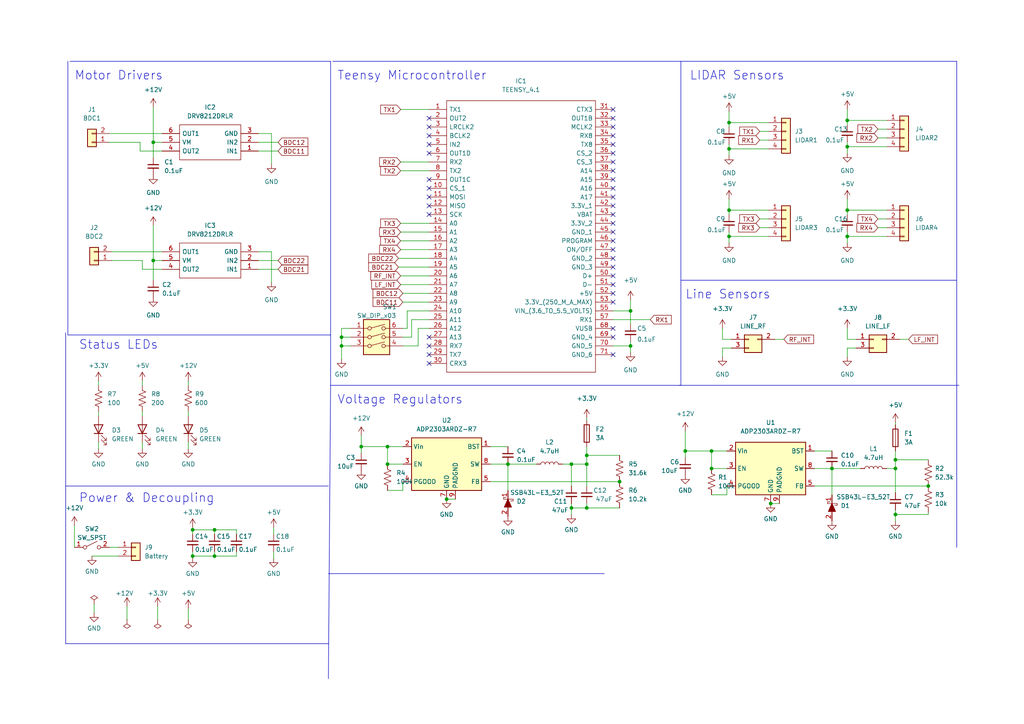
<source format=kicad_sch>
(kicad_sch (version 20230121) (generator eeschema)
  (paper "A4")
  (title_block (title "Ratatoulli_Board") (date "2023-03-07") (rev "1") (company "Georgia Instititute of Technology RoboJackets"))
  (lib_symbols
    (symbol "Conn_02x02_Odd_Even_1" (pin_names (offset 1.016) hide)
      (property "Reference" "J7" (at 1.27 6.35 0))
      (property "Value" "Conn_02x02_Odd_Even_1" (at 1.27 3.81 0))
      (symbol "Conn_02x02_Odd_Even_1_1_1"
        (pin passive line (at -5.08 0 0) (length 3.81) (name "Pin_1") (number "1"))
        (pin passive line (at 7.62 0 180) (length 3.81) (name "Pin_2") (number "2"))
        (pin passive line (at -5.08 -2.54 0) (length 3.81) (name "Pin_3") (number "3"))
      )
    )
    (symbol "Conn_02x02_Odd_Even_2" (pin_names (offset 1.016) hide)
      (property "Reference" "J8" (at 1.27 6.35 0))
      (property "Value" "Conn_02x02_Odd_Even_2" (at 1.27 3.81 0))
      (symbol "Conn_02x02_Odd_Even_2_1_1"
        (pin passive line (at -5.08 0 0) (length 3.81) (name "Pin_1") (number "1"))
        (pin passive line (at 7.62 0 180) (length 3.81) (name "Pin_2") (number "2"))
        (pin passive line (at -5.08 -2.54 0) (length 3.81) (name "Pin_3") (number "3"))
      )
    )
    (symbol "Connector_Generic:Conn_01x02" (pin_names (offset 1.016) hide)
      (property "Reference" "J" (at 0 2.54 0))
      (property "Value" "Conn_01x02" (at 0 -5.08 0))
      (symbol "Conn_01x02_1_1"
        (pin passive line (at -5.08 0 0) (length 3.81) (name "Pin_1") (number "1"))
        (pin passive line (at -5.08 -2.54 0) (length 3.81) (name "Pin_2") (number "2"))
      )
    )
    (symbol "Connector_Generic:Conn_01x04" (pin_names (offset 1.016) hide)
      (property "Reference" "J" (at 0 5.08 0))
      (property "Value" "Conn_01x04" (at 0 -7.62 0))
      (symbol "Conn_01x04_1_1"
        (pin passive line (at -5.08 2.54 0) (length 3.81) (name "Pin_1") (number "1"))
        (pin passive line (at -5.08 0 0) (length 3.81) (name "Pin_2") (number "2"))
        (pin passive line (at -5.08 -2.54 0) (length 3.81) (name "Pin_3") (number "3"))
        (pin passive line (at -5.08 -5.08 0) (length 3.81) (name "Pin_4") (number "4"))
      )
    )
    (symbol "DRV8212DRLR:DRV8212DRLR" (pin_names (offset 0.762))
      (property "Reference" "IC" (at 24.13 7.62 0))
      (property "Value" "DRV8212DRLR" (at 24.13 5.08 0))
      (symbol "DRV8212DRLR_0_0"
        (pin passive line (at 0 0 0) (length 5.08) (name "IN1") (number "1"))
        (pin passive line (at 0 -2.54 0) (length 5.08) (name "IN2") (number "2"))
        (pin passive line (at 0 -5.08 0) (length 5.08) (name "GND") (number "3"))
        (pin passive line (at 27.94 0 180) (length 5.08) (name "OUT2") (number "4"))
        (pin passive line (at 27.94 -2.54 180) (length 5.08) (name "VM") (number "5"))
        (pin passive line (at 27.94 -5.08 180) (length 5.08) (name "OUT1") (number "6"))
      )
    )
    (symbol "Device:C_Small" (pin_numbers hide) (pin_names (offset 0.254) hide)
      (property "Reference" "C" (at 0.254 1.778 0))
      (property "Value" "C_Small" (at 0.254 -2.032 0))
      (symbol "C_Small_1_1"
        (pin passive line (at 0 2.54 270) (length 2.032) (name "~") (number "1"))
        (pin passive line (at 0 -2.54 90) (length 2.032) (name "~") (number "2"))
      )
    )
    (symbol "Device:Fuse" (pin_numbers hide) (pin_names (offset 0))
      (property "Reference" "F" (at 2.032 0 90))
      (property "Value" "Fuse" (at -1.905 0 90))
      (symbol "Fuse_1_1"
        (pin passive line (at 0 3.81 270) (length 1.27) (name "~") (number "1"))
        (pin passive line (at 0 -3.81 90) (length 1.27) (name "~") (number "2"))
      )
    )
    (symbol "Device:L" (pin_numbers hide) (pin_names (offset 1.016) hide)
      (property "Reference" "L" (at -1.27 0 90))
      (property "Value" "L" (at 1.905 0 90))
      (symbol "L_1_1"
        (pin passive line (at 0 3.81 270) (length 1.27) (name "1") (number "1"))
        (pin passive line (at 0 -3.81 90) (length 1.27) (name "2") (number "2"))
      )
    )
    (symbol "Device:LED" (pin_numbers hide) (pin_names (offset 1.016) hide)
      (property "Reference" "D" (at 0 2.54 0))
      (property "Value" "LED" (at 0 -2.54 0))
      (symbol "LED_1_1"
        (pin passive line (at -3.81 0 0) (length 2.54) (name "K") (number "1"))
        (pin passive line (at 3.81 0 180) (length 2.54) (name "A") (number "2"))
      )
    )
    (symbol "Device:R_US" (pin_numbers hide) (pin_names (offset 0))
      (property "Reference" "R" (at 2.54 0 90))
      (property "Value" "R_US" (at -2.54 0 90))
      (symbol "R_US_1_1"
        (pin passive line (at 0 3.81 270) (length 1.27) (name "~") (number "1"))
        (pin passive line (at 0 -3.81 90) (length 1.27) (name "~") (number "2"))
      )
    )
    (symbol "Regulator_Switching:ADP2303ARDZ"
      (property "Reference" "U" (at -10.16 8.89 0))
      (property "Value" "ADP2303ARDZ" (at -3.81 8.89 0))
      (symbol "ADP2303ARDZ_1_1"
        (pin input line (at 12.7 5.08 180) (length 2.54) (name "BST") (number "1"))
        (pin power_in line (at -12.7 5.08 0) (length 2.54) (name "Vin") (number "2"))
        (pin input line (at -12.7 0 0) (length 2.54) (name "EN") (number "3"))
        (pin output line (at -12.7 -5.08 0) (length 2.54) (name "PGOOD") (number "4"))
        (pin input line (at 12.7 -5.08 180) (length 2.54) (name "FB") (number "5"))
        (pin no_connect line (at -10.16 2.54 0) (length 2.54) hide (name "NC") (number "6"))
        (pin power_in line (at 0 -10.16 90) (length 2.54) (name "GND") (number "7"))
        (pin power_out line (at 12.7 0 180) (length 2.54) (name "SW") (number "8"))
        (pin power_in line (at 2.54 -10.16 90) (length 2.54) (name "PADGND") (number "9"))
      )
    )
    (symbol "SSB43L-E3_52T:SSB43L-E3_52T" (pin_names (offset 0.762))
      (property "Reference" "D?" (at 3.81 -8.8899 90))
      (property "Value" "SSB43L-E3_52T" (at 3.81 -11.4299 90))
      (symbol "SSB43L-E3_52T_0_0"
        (pin passive line (at 5.08 0 0) (length 2.54) (name "~") (number "1"))
        (pin passive line (at 12.7 0 180) (length 2.54) (name "~") (number "2"))
      )
    )
    (symbol "Switch:SW_DIP_x03" (pin_names (offset 0) hide)
      (property "Reference" "SW" (at 0 8.89 0))
      (property "Value" "SW_DIP_x03" (at 0 -3.81 0))
      (symbol "SW_DIP_x03_1_1"
        (pin passive line (at -7.62 5.08 0) (length 5.08) (name "~") (number "1"))
        (pin passive line (at -7.62 2.54 0) (length 5.08) (name "~") (number "2"))
        (pin passive line (at -7.62 0 0) (length 5.08) (name "~") (number "3"))
        (pin passive line (at 7.62 0 180) (length 5.08) (name "~") (number "4"))
        (pin passive line (at 7.62 2.54 180) (length 5.08) (name "~") (number "5"))
        (pin passive line (at 7.62 5.08 180) (length 5.08) (name "~") (number "6"))
      )
    )
    (symbol "Switch:SW_SPST" (pin_names (offset 0) hide)
      (property "Reference" "SW" (at 0 3.175 0))
      (property "Value" "SW_SPST" (at 0 -2.54 0))
      (symbol "SW_SPST_1_1"
        (pin passive line (at -5.08 0 0) (length 2.54) (name "A") (number "1"))
        (pin passive line (at 5.08 0 180) (length 2.54) (name "B") (number "2"))
      )
    )
    (symbol "TEENSY_4.1:TEENSY_4.1" (pin_names (offset 0.762))
      (property "Reference" "IC" (at 49.53 7.62 0))
      (property "Value" "TEENSY_4.1" (at 49.53 5.08 0))
      (symbol "TEENSY_4.1_0_0"
        (pin passive line (at 0 0 0) (length 5.08) (name "TX1") (number "1"))
        (pin passive line (at 0 -22.86 0) (length 5.08) (name "CS_1") (number "10"))
        (pin passive line (at 0 -25.4 0) (length 5.08) (name "MOSI") (number "11"))
        (pin passive line (at 0 -27.94 0) (length 5.08) (name "MISO") (number "12"))
        (pin passive line (at 0 -30.48 0) (length 5.08) (name "SCK") (number "13"))
        (pin passive line (at 0 -33.02 0) (length 5.08) (name "A0") (number "14"))
        (pin passive line (at 0 -35.56 0) (length 5.08) (name "A1") (number "15"))
        (pin passive line (at 0 -38.1 0) (length 5.08) (name "A2") (number "16"))
        (pin passive line (at 0 -40.64 0) (length 5.08) (name "A3") (number "17"))
        (pin passive line (at 0 -43.18 0) (length 5.08) (name "A4") (number "18"))
        (pin passive line (at 0 -45.72 0) (length 5.08) (name "A5") (number "19"))
        (pin passive line (at 0 -2.54 0) (length 5.08) (name "OUT2") (number "2"))
        (pin passive line (at 0 -48.26 0) (length 5.08) (name "A6") (number "20"))
        (pin passive line (at 0 -50.8 0) (length 5.08) (name "A7") (number "21"))
        (pin passive line (at 0 -53.34 0) (length 5.08) (name "A8") (number "22"))
        (pin passive line (at 0 -55.88 0) (length 5.08) (name "A9") (number "23"))
        (pin passive line (at 0 -58.42 0) (length 5.08) (name "A10") (number "24"))
        (pin passive line (at 0 -60.96 0) (length 5.08) (name "A11") (number "25"))
        (pin passive line (at 0 -63.5 0) (length 5.08) (name "A12") (number "26"))
        (pin passive line (at 0 -66.04 0) (length 5.08) (name "A13") (number "27"))
        (pin passive line (at 0 -68.58 0) (length 5.08) (name "RX7") (number "28"))
        (pin passive line (at 0 -71.12 0) (length 5.08) (name "TX7") (number "29"))
        (pin passive line (at 0 -5.08 0) (length 5.08) (name "LRCLK2") (number "3"))
        (pin passive line (at 0 -73.66 0) (length 5.08) (name "CRX3") (number "30"))
        (pin passive line (at 53.34 0 180) (length 5.08) (name "CTX3") (number "31"))
        (pin passive line (at 53.34 -2.54 180) (length 5.08) (name "OUT1B") (number "32"))
        (pin passive line (at 53.34 -5.08 180) (length 5.08) (name "MCLK2") (number "33"))
        (pin passive line (at 53.34 -7.62 180) (length 5.08) (name "RX8") (number "34"))
        (pin passive line (at 53.34 -10.16 180) (length 5.08) (name "TX8") (number "35"))
        (pin passive line (at 53.34 -12.7 180) (length 5.08) (name "CS_2") (number "36"))
        (pin passive line (at 53.34 -15.24 180) (length 5.08) (name "CS_3") (number "37"))
        (pin passive line (at 53.34 -17.78 180) (length 5.08) (name "A14") (number "38"))
        (pin passive line (at 53.34 -20.32 180) (length 5.08) (name "A15") (number "39"))
        (pin passive line (at 0 -7.62 0) (length 5.08) (name "BCLK2") (number "4"))
        (pin passive line (at 53.34 -22.86 180) (length 5.08) (name "A16") (number "40"))
        (pin passive line (at 53.34 -25.4 180) (length 5.08) (name "A17") (number "41"))
        (pin passive line (at 53.34 -27.94 180) (length 5.08) (name "3.3V_1") (number "42"))
        (pin passive line (at 53.34 -30.48 180) (length 5.08) (name "VBAT") (number "43"))
        (pin passive line (at 53.34 -33.02 180) (length 5.08) (name "3.3V_2") (number "44"))
        (pin passive line (at 53.34 -35.56 180) (length 5.08) (name "GND_1") (number "45"))
        (pin passive line (at 53.34 -38.1 180) (length 5.08) (name "PROGRAM") (number "46"))
        (pin passive line (at 53.34 -40.64 180) (length 5.08) (name "ON/OFF") (number "47"))
        (pin passive line (at 53.34 -43.18 180) (length 5.08) (name "GND_2") (number "48"))
        (pin passive line (at 53.34 -45.72 180) (length 5.08) (name "GND_3") (number "49"))
        (pin passive line (at 0 -10.16 0) (length 5.08) (name "IN2") (number "5"))
        (pin passive line (at 53.34 -48.26 180) (length 5.08) (name "D+") (number "50"))
        (pin passive line (at 53.34 -50.8 180) (length 5.08) (name "D-") (number "51"))
        (pin passive line (at 53.34 -53.34 180) (length 5.08) (name "+5V") (number "52"))
        (pin passive line (at 53.34 -55.88 180) (length 5.08) (name "3.3V_(250_M_A_MAX)") (number "53"))
        (pin passive line (at 53.34 -58.42 180) (length 5.08) (name "VIN_(3.6_TO_5.5_VOLTS)") (number "55"))
        (pin passive line (at 53.34 -60.96 180) (length 5.08) (name "RX1") (number "57"))
        (pin passive line (at 0 -12.7 0) (length 5.08) (name "OUT1D") (number "6"))
        (pin passive line (at 53.34 -63.5 180) (length 5.08) (name "VUSB") (number "68"))
        (pin passive line (at 53.34 -66.04 180) (length 5.08) (name "GND_4") (number "69"))
        (pin passive line (at 0 -15.24 0) (length 5.08) (name "RX2") (number "7"))
        (pin passive line (at 53.34 -68.58 180) (length 5.08) (name "GND_5") (number "70"))
        (pin passive line (at 53.34 -71.12 180) (length 5.08) (name "GND_6") (number "71"))
        (pin passive line (at 0 -17.78 0) (length 5.08) (name "TX2") (number "8"))
        (pin passive line (at 0 -20.32 0) (length 5.08) (name "OUT1C") (number "9"))
      )
    )
    (symbol "power:+12V" (power) (pin_names (offset 0))
      (property "Value" "+12V" (at 0 3.556 0))
      (symbol "+12V_1_1"
        (pin power_in line (at 0 0 90) (length 0) hide (name "+12V") (number "1"))
      )
    )
    (symbol "power:+3.3V" (power) (pin_names (offset 0))
      (property "Value" "+3.3V" (at 0 3.556 0))
      (symbol "+3.3V_1_1"
        (pin power_in line (at 0 0 90) (length 0) hide (name "+3.3V") (number "1"))
      )
    )
    (symbol "power:+5V" (power) (pin_names (offset 0))
      (property "Value" "+5V" (at 0 3.556 0))
      (symbol "+5V_1_1"
        (pin power_in line (at 0 0 90) (length 0) hide (name "+5V") (number "1"))
      )
    )
    (symbol "power:GND" (power) (pin_names (offset 0))
      (property "Value" "GND" (at 0 -3.81 0))
      (symbol "GND_1_1"
        (pin power_in line (at 0 0 270) (length 0) hide (name "GND") (number "1"))
      )
    )
    (symbol "power:PWR_FLAG" (power) (pin_numbers hide) (pin_names (offset 0) hide)
      (property "Value" "PWR_FLAG" (at 0 3.81 0))
      (symbol "PWR_FLAG_0_0"
        (pin power_out line (at 0 0 90) (length 0) (name "pwr") (number "1"))
      )
    )
  )
  (junction (at 62.23 153.67))
  (junction (at 211.455 60.96))
  (junction (at 170.18 132.08))
  (junction (at 269.24 140.97))
  (junction (at 170.18 147.32))
  (junction (at 198.755 130.81))
  (junction (at 112.395 134.62))
  (junction (at 170.18 134.62))
  (junction (at 99.06 100.33))
  (junction (at 259.715 133.35))
  (junction (at 179.705 139.7))
  (junction (at 182.88 90.17))
  (junction (at 165.735 134.62))
  (junction (at 259.715 149.225))
  (junction (at 206.375 135.89))
  (junction (at 245.745 68.58))
  (junction (at 211.455 68.58))
  (junction (at 112.395 129.54))
  (junction (at 129.54 144.78))
  (junction (at 211.455 43.18))
  (junction (at 44.45 41.275))
  (junction (at 104.775 129.54))
  (junction (at 62.23 161.29))
  (junction (at 211.455 35.56))
  (junction (at 182.88 100.33))
  (junction (at 245.745 42.545))
  (junction (at 259.715 135.89))
  (junction (at 165.735 147.32))
  (junction (at 241.3 135.89))
  (junction (at 245.745 34.925))
  (junction (at 245.745 60.96))
  (junction (at 44.45 75.565))
  (junction (at 206.375 130.81))
  (junction (at 99.06 97.79))
  (junction (at 147.32 134.62))
  (junction (at 223.52 146.05))
  (junction (at 55.88 161.29))
  (junction (at 55.88 153.67))
  (no_connect (at 177.8 82.55))
  (no_connect (at 124.46 97.79))
  (no_connect (at 177.8 77.47))
  (no_connect (at 124.46 54.61))
  (no_connect (at 177.8 39.37))
  (no_connect (at 124.46 59.69))
  (no_connect (at 177.8 49.53))
  (no_connect (at 177.8 62.23))
  (no_connect (at 124.46 52.07))
  (no_connect (at 177.8 44.45))
  (no_connect (at 124.46 36.83))
  (no_connect (at 177.8 64.77))
  (no_connect (at 177.8 59.69))
  (no_connect (at 177.8 36.83))
  (no_connect (at 124.46 41.91))
  (no_connect (at 177.8 102.87))
  (no_connect (at 177.8 57.15))
  (no_connect (at 177.8 97.79))
  (no_connect (at 124.46 100.33))
  (no_connect (at 177.8 95.25))
  (no_connect (at 177.8 74.93))
  (no_connect (at 177.8 41.91))
  (no_connect (at 177.8 85.09))
  (no_connect (at 124.46 57.15))
  (no_connect (at 177.8 34.29))
  (no_connect (at 124.46 44.45))
  (no_connect (at 124.46 34.29))
  (no_connect (at 177.8 67.31))
  (no_connect (at 177.8 80.01))
  (no_connect (at 177.8 72.39))
  (no_connect (at 177.8 52.07))
  (no_connect (at 124.46 105.41))
  (no_connect (at 124.46 102.87))
  (no_connect (at 177.8 87.63))
  (no_connect (at 177.8 54.61))
  (no_connect (at 177.8 31.75))
  (no_connect (at 177.8 46.99))
  (no_connect (at 177.8 69.85))
  (no_connect (at 124.46 62.23))
  (no_connect (at 124.46 39.37))
  (wire (pts (xy 44.45 75.565) (xy 44.45 81.28)))
  (wire (pts (xy 241.3 135.89) (xy 249.555 135.89)))
  (wire (pts (xy 118.11 90.17) (xy 118.11 95.25)))
  (wire (pts (xy 116.205 64.77) (xy 124.46 64.77)))
  (wire (pts (xy 211.455 68.58) (xy 211.455 70.485)))
  (wire (pts (xy 210.82 130.81) (xy 206.375 130.81)))
  (wire (pts (xy 74.93 78.105) (xy 80.645 78.105)))
  (wire (pts (xy 74.93 41.275) (xy 80.645 41.275)))
  (wire (pts (xy 112.395 129.54) (xy 104.775 129.54)))
  (wire (pts (xy 259.715 133.35) (xy 269.24 133.35)))
  (polyline (pts (xy 277.495 111.76) (xy 277.495 158.75)))
  (wire (pts (xy 74.93 73.025) (xy 78.74 73.025)))
  (polyline (pts (xy 19.05 96.52) (xy 19.05 140.97)))
  (wire (pts (xy 170.18 146.05) (xy 170.18 147.32)))
  (wire (pts (xy 236.22 135.89) (xy 241.3 135.89)))
  (wire (pts (xy 170.18 121.285) (xy 170.18 121.92)))
  (wire (pts (xy 147.32 134.62) (xy 155.575 134.62)))
  (wire (pts (xy 224.79 98.425) (xy 227.33 98.425)))
  (wire (pts (xy 55.88 153.035) (xy 55.88 153.67)))
  (wire (pts (xy 259.715 149.225) (xy 259.715 151.13)))
  (wire (pts (xy 245.745 68.58) (xy 257.175 68.58)))
  (wire (pts (xy 32.385 73.025) (xy 46.99 73.025)))
  (wire (pts (xy 220.345 63.5) (xy 222.885 63.5)))
  (wire (pts (xy 116.205 82.55) (xy 124.46 82.55)))
  (wire (pts (xy 78.74 81.915) (xy 78.74 73.025)))
  (polyline (pts (xy 197.485 17.78) (xy 197.485 111.76)))
  (wire (pts (xy 40.64 41.275) (xy 40.64 43.815)))
  (polyline (pts (xy 197.485 17.78) (xy 277.495 17.78)))
  (wire (pts (xy 211.455 41.91) (xy 211.455 43.18)))
  (wire (pts (xy 211.455 35.56) (xy 211.455 36.83)))
  (wire (pts (xy 198.755 130.81) (xy 198.755 125.095)))
  (wire (pts (xy 62.23 161.29) (xy 68.58 161.29)))
  (wire (pts (xy 142.24 134.62) (xy 147.32 134.62)))
  (wire (pts (xy 46.99 78.105) (xy 41.275 78.105)))
  (wire (pts (xy 121.285 100.33) (xy 121.285 95.25)))
  (wire (pts (xy 116.84 85.09) (xy 124.46 85.09)))
  (wire (pts (xy 62.23 153.67) (xy 62.23 154.94)))
  (wire (pts (xy 170.18 147.32) (xy 179.705 147.32)))
  (polyline (pts (xy 95.885 97.155) (xy 19.685 97.155)))
  (wire (pts (xy 245.745 41.275) (xy 245.745 42.545)))
  (wire (pts (xy 211.455 32.385) (xy 211.455 35.56)))
  (wire (pts (xy 112.395 134.62) (xy 116.84 134.62)))
  (wire (pts (xy 34.29 161.29) (xy 26.67 161.29)))
  (wire (pts (xy 223.52 146.05) (xy 226.06 146.05)))
  (polyline (pts (xy 175.26 166.37) (xy 95.25 166.37)))
  (wire (pts (xy 210.82 143.51) (xy 206.375 143.51)))
  (wire (pts (xy 116.205 31.75) (xy 124.46 31.75)))
  (wire (pts (xy 211.455 35.56) (xy 222.885 35.56)))
  (wire (pts (xy 182.88 100.33) (xy 177.8 100.33)))
  (wire (pts (xy 220.345 66.04) (xy 222.885 66.04)))
  (polyline (pts (xy 278.13 111.76) (xy 196.85 111.76)))
  (wire (pts (xy 31.75 38.735) (xy 46.99 38.735)))
  (wire (pts (xy 79.375 153.035) (xy 79.375 154.94)))
  (wire (pts (xy 116.205 67.31) (xy 124.46 67.31)))
  (wire (pts (xy 116.205 46.99) (xy 124.46 46.99)))
  (wire (pts (xy 165.735 147.32) (xy 170.18 147.32)))
  (polyline (pts (xy 95.25 196.85) (xy 95.885 111.76)))
  (wire (pts (xy 44.45 41.275) (xy 46.99 41.275)))
  (wire (pts (xy 115.57 77.47) (xy 124.46 77.47)))
  (wire (pts (xy 170.18 132.08) (xy 170.18 134.62)))
  (wire (pts (xy 206.375 135.89) (xy 210.82 135.89)))
  (wire (pts (xy 68.58 153.67) (xy 62.23 153.67)))
  (wire (pts (xy 254.635 66.04) (xy 257.175 66.04)))
  (wire (pts (xy 99.06 97.79) (xy 101.6 97.79)))
  (wire (pts (xy 220.345 40.64) (xy 222.885 40.64)))
  (wire (pts (xy 124.46 92.71) (xy 119.38 92.71)))
  (wire (pts (xy 245.745 34.925) (xy 245.745 36.195)))
  (wire (pts (xy 112.395 129.54) (xy 112.395 134.62)))
  (wire (pts (xy 147.32 134.62) (xy 147.32 142.24)))
  (wire (pts (xy 177.8 92.71) (xy 188.595 92.71)))
  (wire (pts (xy 142.24 129.54) (xy 147.32 129.54)))
  (wire (pts (xy 54.61 179.705) (xy 54.61 176.53)))
  (polyline (pts (xy 95.885 111.76) (xy 95.885 97.155)))
  (wire (pts (xy 116.205 69.85) (xy 124.46 69.85)))
  (wire (pts (xy 209.55 98.425) (xy 209.55 95.25)))
  (wire (pts (xy 116.84 139.7) (xy 116.84 142.24)))
  (wire (pts (xy 40.64 43.815) (xy 46.99 43.815)))
  (polyline (pts (xy 277.495 81.28) (xy 197.485 81.28)))
  (wire (pts (xy 62.23 153.67) (xy 55.88 153.67)))
  (wire (pts (xy 31.75 158.75) (xy 34.29 158.75)))
  (wire (pts (xy 254.635 63.5) (xy 257.175 63.5)))
  (polyline (pts (xy 277.495 81.28) (xy 277.495 111.76)))
  (wire (pts (xy 211.455 68.58) (xy 222.885 68.58)))
  (wire (pts (xy 245.745 34.925) (xy 257.175 34.925)))
  (wire (pts (xy 177.8 90.17) (xy 182.88 90.17)))
  (polyline (pts (xy 19.05 140.97) (xy 95.25 140.97)))
  (wire (pts (xy 260.985 98.425) (xy 263.525 98.425)))
  (polyline (pts (xy 277.495 17.78) (xy 277.495 81.28)))
  (wire (pts (xy 74.93 75.565) (xy 80.645 75.565)))
  (wire (pts (xy 41.275 110.49) (xy 41.275 111.76)))
  (wire (pts (xy 259.715 122.555) (xy 259.715 123.19)))
  (wire (pts (xy 41.275 119.38) (xy 41.275 120.65)))
  (wire (pts (xy 236.22 140.97) (xy 269.24 140.97)))
  (wire (pts (xy 104.775 129.54) (xy 104.775 126.365)))
  (wire (pts (xy 182.88 99.06) (xy 182.88 100.33)))
  (wire (pts (xy 241.3 135.89) (xy 241.3 143.51)))
  (wire (pts (xy 44.45 41.275) (xy 44.45 45.72)))
  (wire (pts (xy 116.205 49.53) (xy 124.46 49.53)))
  (wire (pts (xy 28.575 119.38) (xy 28.575 120.65)))
  (wire (pts (xy 245.745 60.96) (xy 257.175 60.96)))
  (polyline (pts (xy 95.885 17.78) (xy 95.885 97.155)))
  (wire (pts (xy 211.455 43.18) (xy 211.455 45.085)))
  (wire (pts (xy 165.735 147.32) (xy 165.735 149.225)))
  (wire (pts (xy 118.11 95.25) (xy 116.84 95.25)))
  (wire (pts (xy 211.455 60.96) (xy 222.885 60.96)))
  (wire (pts (xy 68.58 154.94) (xy 68.58 153.67)))
  (wire (pts (xy 209.55 100.965) (xy 209.55 103.505)))
  (wire (pts (xy 245.745 60.96) (xy 245.745 62.23)))
  (wire (pts (xy 116.84 142.24) (xy 112.395 142.24)))
  (wire (pts (xy 119.38 97.79) (xy 116.84 97.79)))
  (wire (pts (xy 254.635 37.465) (xy 257.175 37.465)))
  (wire (pts (xy 78.74 38.735) (xy 74.93 38.735)))
  (wire (pts (xy 165.735 134.62) (xy 170.18 134.62)))
  (polyline (pts (xy 19.685 17.78) (xy 19.685 97.155)))
  (wire (pts (xy 116.84 100.33) (xy 121.285 100.33)))
  (wire (pts (xy 44.45 65.405) (xy 44.45 75.565)))
  (wire (pts (xy 41.275 78.105) (xy 41.275 75.565)))
  (wire (pts (xy 54.61 128.27) (xy 54.61 130.175)))
  (wire (pts (xy 211.455 67.31) (xy 211.455 68.58)))
  (wire (pts (xy 55.88 160.02) (xy 55.88 161.29)))
  (wire (pts (xy 129.54 144.78) (xy 132.08 144.78)))
  (wire (pts (xy 55.88 153.67) (xy 55.88 154.94)))
  (wire (pts (xy 121.285 95.25) (xy 124.46 95.25)))
  (wire (pts (xy 210.82 140.97) (xy 210.82 143.51)))
  (wire (pts (xy 54.61 119.38) (xy 54.61 120.65)))
  (wire (pts (xy 28.575 110.49) (xy 28.575 111.76)))
  (wire (pts (xy 163.195 134.62) (xy 165.735 134.62)))
  (wire (pts (xy 104.775 129.54) (xy 104.775 131.445)))
  (wire (pts (xy 206.375 130.81) (xy 206.375 135.89)))
  (wire (pts (xy 248.285 98.425) (xy 245.745 98.425)))
  (wire (pts (xy 248.285 100.965) (xy 245.745 100.965)))
  (wire (pts (xy 116.84 129.54) (xy 112.395 129.54)))
  (wire (pts (xy 254.635 40.005) (xy 257.175 40.005)))
  (wire (pts (xy 54.61 110.49) (xy 54.61 111.76)))
  (wire (pts (xy 55.88 161.29) (xy 62.23 161.29)))
  (wire (pts (xy 269.24 149.225) (xy 269.24 148.59)))
  (wire (pts (xy 257.175 135.89) (xy 259.715 135.89)))
  (wire (pts (xy 79.375 160.02) (xy 79.375 161.925)))
  (wire (pts (xy 165.735 146.05) (xy 165.735 147.32)))
  (wire (pts (xy 245.745 95.25) (xy 245.745 98.425)))
  (wire (pts (xy 245.745 42.545) (xy 245.745 44.45)))
  (wire (pts (xy 236.22 130.81) (xy 241.3 130.81)))
  (wire (pts (xy 170.18 140.97) (xy 170.18 134.62)))
  (wire (pts (xy 142.24 139.7) (xy 179.705 139.7)))
  (wire (pts (xy 245.745 57.785) (xy 245.745 60.96)))
  (wire (pts (xy 119.38 92.71) (xy 119.38 97.79)))
  (wire (pts (xy 245.745 42.545) (xy 257.175 42.545)))
  (polyline (pts (xy 20.32 17.78) (xy 95.885 17.78)))
  (wire (pts (xy 78.74 38.735) (xy 78.74 47.625)))
  (wire (pts (xy 21.59 158.75) (xy 21.59 152.4)))
  (wire (pts (xy 206.375 130.81) (xy 198.755 130.81)))
  (wire (pts (xy 245.745 67.31) (xy 245.745 68.58)))
  (wire (pts (xy 220.345 38.1) (xy 222.885 38.1)))
  (polyline (pts (xy 197.485 111.76) (xy 95.885 111.76)))
  (wire (pts (xy 198.755 130.81) (xy 198.755 132.715)))
  (wire (pts (xy 124.46 90.17) (xy 118.11 90.17)))
  (wire (pts (xy 259.715 147.955) (xy 259.715 149.225)))
  (wire (pts (xy 245.745 31.75) (xy 245.745 34.925)))
  (polyline (pts (xy 19.05 186.69) (xy 19.05 140.97)))
  (wire (pts (xy 99.06 95.25) (xy 99.06 97.79)))
  (wire (pts (xy 245.745 68.58) (xy 245.745 70.485)))
  (wire (pts (xy 99.06 100.33) (xy 99.06 104.14)))
  (wire (pts (xy 259.715 135.89) (xy 259.715 142.875)))
  (polyline (pts (xy 19.05 186.69) (xy 95.25 186.69)))
  (wire (pts (xy 259.715 133.35) (xy 259.715 135.89)))
  (wire (pts (xy 115.57 74.93) (xy 124.46 74.93)))
  (wire (pts (xy 31.75 41.275) (xy 40.64 41.275)))
  (wire (pts (xy 182.88 86.995) (xy 182.88 90.17)))
  (wire (pts (xy 36.83 175.895) (xy 36.83 179.705)))
  (wire (pts (xy 41.275 128.27) (xy 41.275 130.175)))
  (wire (pts (xy 211.455 43.18) (xy 222.885 43.18)))
  (wire (pts (xy 41.275 75.565) (xy 32.385 75.565)))
  (wire (pts (xy 212.09 98.425) (xy 209.55 98.425)))
  (wire (pts (xy 116.205 72.39) (xy 124.46 72.39)))
  (wire (pts (xy 46.99 75.565) (xy 44.45 75.565)))
  (wire (pts (xy 62.23 160.02) (xy 62.23 161.29)))
  (wire (pts (xy 259.715 149.225) (xy 269.24 149.225)))
  (wire (pts (xy 116.205 80.01) (xy 124.46 80.01)))
  (polyline (pts (xy 96.52 17.78) (xy 197.485 17.78)))
  (wire (pts (xy 45.72 179.705) (xy 45.72 175.895)))
  (wire (pts (xy 211.455 57.785) (xy 211.455 60.96)))
  (wire (pts (xy 74.93 43.815) (xy 80.645 43.815)))
  (wire (pts (xy 245.745 100.965) (xy 245.745 103.505)))
  (wire (pts (xy 165.735 134.62) (xy 165.735 140.97)))
  (wire (pts (xy 99.06 97.79) (xy 99.06 100.33)))
  (wire (pts (xy 116.84 87.63) (xy 124.46 87.63)))
  (wire (pts (xy 212.09 100.965) (xy 209.55 100.965)))
  (wire (pts (xy 68.58 160.02) (xy 68.58 161.29)))
  (wire (pts (xy 182.88 90.17) (xy 182.88 93.98)))
  (wire (pts (xy 27.305 175.26) (xy 27.305 177.8)))
  (wire (pts (xy 182.88 100.33) (xy 182.88 102.235)))
  (wire (pts (xy 101.6 95.25) (xy 99.06 95.25)))
  (wire (pts (xy 44.45 31.115) (xy 44.45 41.275)))
  (wire (pts (xy 99.06 100.33) (xy 101.6 100.33)))
  (wire (pts (xy 211.455 60.96) (xy 211.455 62.23)))
  (wire (pts (xy 259.715 130.81) (xy 259.715 133.35)))
  (wire (pts (xy 55.88 161.29) (xy 55.88 161.925)))
  (wire (pts (xy 170.18 129.54) (xy 170.18 132.08)))
  (wire (pts (xy 170.18 132.08) (xy 179.705 132.08)))
  (wire (pts (xy 28.575 128.27) (xy 28.575 130.175)))
  (text "Power & Decoupling" (at 22.86 146.05 0) (effects (font (size 2.54 2.54)) (justify left bottom)))
  (text "Line Sensors" (at 198.755 86.995 0) (effects (font (size 2.54 2.54)) (justify left bottom)))
  (text "Voltage Regulators" (at 97.79 117.475 0) (effects (font (size 2.54 2.54)) (justify left bottom)))
  (text "Motor Drivers" (at 21.59 23.495 0) (effects (font (size 2.54 2.54)) (justify left bottom)))
  (text "Teensy Microcontroller" (at 97.79 23.495 0) (effects (font (size 2.54 2.54)) (justify left bottom)))
  (text "Status LEDs" (at 22.86 101.6 0) (effects (font (size 2.54 2.54)) (justify left bottom)))
  (text "LIDAR Sensors" (at 200.025 23.495 0) (effects (font (size 2.54 2.54)) (justify left bottom)))
  (global_label "TX1" (shape input) (at 116.205 31.75 180) (property "Intersheetrefs" "${INTERSHEET_REFS}" (effects hide)))
  (global_label "TX1" (shape input) (at 220.345 38.1 180) (property "Intersheetrefs" "${INTERSHEET_REFS}" (effects hide)))
  (global_label "RX1" (shape input) (at 220.345 40.64 180) (property "Intersheetrefs" "${INTERSHEET_REFS}" (effects hide)))
  (global_label "BDC22" (shape input) (at 80.645 75.565 0) (property "Intersheetrefs" "${INTERSHEET_REFS}" (effects hide)))
  (global_label "LF_INT" (shape input) (at 263.525 98.425 0) (property "Intersheetrefs" "${INTERSHEET_REFS}" (effects hide)))
  (global_label "RX2" (shape input) (at 254.635 40.005 180) (property "Intersheetrefs" "${INTERSHEET_REFS}" (effects hide)))
  (global_label "BDC11" (shape input) (at 80.645 43.815 0) (property "Intersheetrefs" "${INTERSHEET_REFS}" (effects hide)))
  (global_label "BDC11" (shape input) (at 116.84 87.63 180) (property "Intersheetrefs" "${INTERSHEET_REFS}" (effects hide)))
  (global_label "BDC12" (shape input) (at 116.84 85.09 180) (property "Intersheetrefs" "${INTERSHEET_REFS}" (effects hide)))
  (global_label "RX4" (shape input) (at 254.635 66.04 180) (property "Intersheetrefs" "${INTERSHEET_REFS}" (effects hide)))
  (global_label "RF_INT" (shape input) (at 227.33 98.425 0) (property "Intersheetrefs" "${INTERSHEET_REFS}" (effects hide)))
  (global_label "TX3" (shape input) (at 116.205 64.77 180) (property "Intersheetrefs" "${INTERSHEET_REFS}" (effects hide)))
  (global_label "TX4" (shape input) (at 116.205 69.85 180) (property "Intersheetrefs" "${INTERSHEET_REFS}" (effects hide)))
  (global_label "LF_INT" (shape input) (at 116.205 82.55 180) (property "Intersheetrefs" "${INTERSHEET_REFS}" (effects hide)))
  (global_label "BDC21" (shape input) (at 115.57 77.47 180) (property "Intersheetrefs" "${INTERSHEET_REFS}" (effects hide)))
  (global_label "BDC22" (shape input) (at 115.57 74.93 180) (property "Intersheetrefs" "${INTERSHEET_REFS}" (effects hide)))
  (global_label "RX1" (shape input) (at 188.595 92.71 0) (property "Intersheetrefs" "${INTERSHEET_REFS}" (effects hide)))
  (global_label "RX4" (shape input) (at 116.205 72.39 180) (property "Intersheetrefs" "${INTERSHEET_REFS}" (effects hide)))
  (global_label "BDC12" (shape input) (at 80.645 41.275 0) (property "Intersheetrefs" "${INTERSHEET_REFS}" (effects hide)))
  (global_label "BDC21" (shape input) (at 80.645 78.105 0) (property "Intersheetrefs" "${INTERSHEET_REFS}" (effects hide)))
  (global_label "TX4" (shape input) (at 254.635 63.5 180) (property "Intersheetrefs" "${INTERSHEET_REFS}" (effects hide)))
  (global_label "RF_INT" (shape input) (at 116.205 80.01 180) (property "Intersheetrefs" "${INTERSHEET_REFS}" (effects hide)))
  (global_label "RX3" (shape input) (at 220.345 66.04 180) (property "Intersheetrefs" "${INTERSHEET_REFS}" (effects hide)))
  (global_label "TX2" (shape input) (at 116.205 49.53 180) (property "Intersheetrefs" "${INTERSHEET_REFS}" (effects hide)))
  (global_label "TX3" (shape input) (at 220.345 63.5 180) (property "Intersheetrefs" "${INTERSHEET_REFS}" (effects hide)))
  (global_label "TX2" (shape input) (at 254.635 37.465 180) (property "Intersheetrefs" "${INTERSHEET_REFS}" (effects hide)))
  (global_label "RX3" (shape input) (at 116.205 67.31 180) (property "Intersheetrefs" "${INTERSHEET_REFS}" (effects hide)))
  (global_label "RX2" (shape input) (at 116.205 46.99 180) (property "Intersheetrefs" "${INTERSHEET_REFS}" (effects hide)))
  (symbol (lib_id "power:GND") (at 129.54 144.78 0) (unit 1)
    (property "Reference" "#PWR0127" (effects hide))
    (property "Value" "GND" (at 129.54 149.225 0))
  )
  (symbol (lib_id "Switch:SW_DIP_x03") (at 109.22 100.33 0) (unit 1)
    (property "Reference" "SW1" (at 113.03 89.0102 0))
    (property "Value" "SW_DIP_x03" (at 109.22 91.5471 0))
    (property "Footprint" "Button_Switch_SMD:SW_DIP_SPSTx03_Slide_9.78x9.8mm_W8.61mm_P2.54mm" (effects hide))
  )
  (symbol (lib_id "power:GND") (at 259.715 151.13 0) (unit 1)
    (property "Reference" "#PWR0119" (effects hide))
    (property "Value" "GND" (at 259.715 155.575 0))
  )
  (symbol (lib_id "power:GND") (at 41.275 130.175 0) (unit 1)
    (property "Reference" "#PWR0135" (effects hide))
    (property "Value" "GND" (at 41.275 134.62 0))
  )
  (symbol (lib_name "Conn_02x02_Odd_Even_1") (lib_id "Connector_Generic:Conn_02x02_Odd_Even") (at 217.17 98.425 0) (unit 1)
    (property "Reference" "J7" (at 218.44 92.075 0))
    (property "Value" "LINE_RF" (at 218.44 94.615 0))
    (property "Footprint" "phoenix:PhoenixContact_MSTBA_2,5_3-G_1x03_P5.00mm_Horizontal" (effects hide))
  )
  (symbol (lib_id "Device:C_Small") (at 198.755 135.255 0) (unit 1)
    (property "Reference" "C6" (at 194.31 133.985 0) (effects (justify left)))
    (property "Value" "10uF" (at 191.77 136.525 0) (effects (justify left)))
    (property "Footprint" "kicadLib:C_0805_2012Metric" (effects hide))
  )
  (symbol (lib_id "Device:R_US") (at 28.575 115.57 0) (unit 1)
    (property "Reference" "R7" (at 31.115 114.2999 0) (effects (justify left)))
    (property "Value" "100" (at 31.115 116.8399 0) (effects (justify left)))
    (property "Footprint" "kicadLib:C_0805_2012Metric" (effects hide))
  )
  (symbol (lib_id "DRV8212DRLR:DRV8212DRLR") (at 74.93 78.105 180) (unit 1)
    (property "Reference" "IC3" (at 60.96 65.405 0))
    (property "Value" "DRV8212DRLR" (at 60.96 67.945 0))
    (property "Footprint" "RatatoulliLibrary:SOTFL50P160X60-6N" (effects hide))
    (property "Datasheet" "https://www.ti.com/lit/ds/symlink/drv8212.pdf?ts=1631761675954&ref_url=https%253A%252F%252Fwww.ti.com%252Fstore%252Fti%252Fen%252Fp%252Fproduct%252F%253Fp%253DDRV8212DRLR%2526keyMatch%253DDRV8212DRLR%2526tisearch%253Dsearch-everything%2526usecase%253DOPN" (effects hide))
    (property "Description" "Motor / Motion / Ignition Controllers & Drivers 12-V, 2-A Low voltage H-bridge motor driver" (effects hide))
    (property "Height" "0.6" (effects hide))
    (property "Manufacturer_Name" "Texas Instruments" (effects hide))
    (property "Manufacturer_Part_Number" "DRV8212DRLR" (effects hide))
    (property "Mouser Part Number" "595-DRV8212DRLR" (effects hide))
    (property "Mouser Price/Stock" "https://www.mouser.co.uk/ProductDetail/Texas-Instruments/DRV8212DRLR?qs=7D1LtPJG0i3wtDTC%2FUQdKg%3D%3D" (effects hide))
  )
  (symbol (lib_id "Connector_Generic:Conn_01x04") (at 262.255 37.465 0) (unit 1)
    (property "Reference" "J4" (at 265.43 37.4649 0) (effects (justify left)))
    (property "Value" "LIDAR2" (at 265.43 40.0049 0) (effects (justify left)))
    (property "Footprint" "jst:JST_SH_SM04B-SRSS-TB_1x04-1MP_P1.00mm_Horizontal" (effects hide))
  )
  (symbol (lib_id "power:+3.3V") (at 245.745 95.25 0) (unit 1)
    (property "Reference" "#PWR0113" (effects hide))
    (property "Value" "+3.3V" (at 245.745 89.535 0))
  )
  (symbol (lib_id "power:+12V") (at 54.61 110.49 0) (unit 1)
    (property "Reference" "#PWR0131" (effects hide))
    (property "Value" "+12V" (at 54.61 106.045 0))
  )
  (symbol (lib_id "Device:R_US") (at 269.24 144.78 0) (unit 1)
    (property "Reference" "R3" (at 271.145 143.5099 0) (effects (justify left)))
    (property "Value" "10k" (at 271.145 146.0499 0) (effects (justify left)))
    (property "Footprint" "kicadLib:C_0805_2012Metric" (effects hide))
  )
  (symbol (lib_id "power:GND") (at 245.745 103.505 0) (unit 1)
    (property "Reference" "#PWR0116" (effects hide))
    (property "Value" "GND" (at 245.745 108.585 0))
  )
  (symbol (lib_id "power:+5V") (at 259.715 122.555 0) (unit 1)
    (property "Reference" "#PWR0117" (effects hide))
    (property "Value" "+5V" (at 259.715 117.475 0))
  )
  (symbol (lib_id "Connector_Generic:Conn_01x02") (at 39.37 158.75 0) (unit 1)
    (property "Reference" "J9" (at 41.91 158.7499 0) (effects (justify left)))
    (property "Value" "Battery" (at 41.91 161.2899 0) (effects (justify left)))
    (property "Footprint" "molex:Molex_PicoBlade_53261-0271_1x02-1MP_P1.25mm_Horizontal" (effects hide))
  )
  (symbol (lib_id "Device:R_US") (at 206.375 139.7 0) (unit 1)
    (property "Reference" "R1" (at 208.28 138.4299 0) (effects (justify left)))
    (property "Value" "100k" (at 208.28 140.9699 0) (effects (justify left)))
    (property "Footprint" "kicadLib:C_0805_2012Metric" (effects hide))
  )
  (symbol (lib_id "Device:C_Small") (at 147.32 132.08 0) (unit 1)
    (property "Reference" "C4" (at 149.86 130.81 0) (effects (justify left)))
    (property "Value" "0.1uF" (at 149.86 133.35 0) (effects (justify left)))
    (property "Footprint" "kicadLib:C_0805_2012Metric" (effects hide))
  )
  (symbol (lib_id "SSB43L-E3_52T:SSB43L-E3_52T") (at 147.32 137.16 270) (unit 1)
    (property "Reference" "D2" (at 149.86 145.415 90) (effects (justify left)))
    (property "Value" "SSB43L-E3_52T" (at 147.955 142.875 90) (effects (justify left)))
    (property "Footprint" "RatatoulliLibrary:DIOM5436X244N" (effects hide))
    (property "Datasheet" "https://componentsearchengine.com/Datasheets/2/SSB43L-E3_52T.pdf" (effects hide))
    (property "Description" "Schottky Diodes & Rectifiers 4.0 Amp 30 Volt" (effects hide))
    (property "Height" "2.44" (effects hide))
    (property "Manufacturer_Name" "Vishay" (effects hide))
    (property "Manufacturer_Part_Number" "SSB43L-E3/52T" (effects hide))
    (property "Mouser Part Number" "625-SSB43L-E3" (effects hide))
    (property "Mouser Price/Stock" "https://www.mouser.co.uk/ProductDetail/Vishay-General-Semiconductor/SSB43L-E3-52T?qs=x2jpVgRnAtN%252BZmsb%252BlLseQ%3D%3D" (effects hide))
    (property "Arrow Part Number" "SSB43L-E3/52T" (effects hide))
    (property "Arrow Price/Stock" "https://www.arrow.com/en/products/ssb43l-e352t/vishay" (effects hide))
  )
  (symbol (lib_id "power:GND") (at 104.775 136.525 0) (unit 1)
    (property "Reference" "#PWR0133" (effects hide))
    (property "Value" "GND" (at 104.775 140.97 0))
  )
  (symbol (lib_id "power:+5V") (at 41.275 110.49 0) (unit 1)
    (property "Reference" "#PWR0129" (effects hide))
    (property "Value" "+5V" (at 41.275 106.045 0))
  )
  (symbol (lib_id "Device:C_Small") (at 259.715 145.415 0) (unit 1)
    (property "Reference" "C7" (at 262.255 144.145 0) (effects (justify left)))
    (property "Value" "47uF" (at 262.255 146.685 0) (effects (justify left)))
    (property "Footprint" "kicadLib:C_1210_3225Metric" (effects hide))
  )
  (symbol (lib_id "power:GND") (at 245.745 44.45 0) (unit 1)
    (property "Reference" "#PWR0109" (effects hide))
    (property "Value" "GND" (at 245.745 49.53 0))
  )
  (symbol (lib_id "power:GND") (at 26.67 161.29 0) (unit 1)
    (property "Reference" "#PWR0144" (effects hide))
    (property "Value" "GND" (at 26.67 165.735 0))
  )
  (symbol (lib_id "power:GND") (at 245.745 70.485 0) (unit 1)
    (property "Reference" "#POWER_FLAG0101" (effects hide))
    (property "Value" "GND" (at 245.745 75.565 0))
  )
  (symbol (lib_id "Device:C_Small") (at 44.45 83.82 0) (unit 1)
    (property "Reference" "C2" (at 46.99 82.5562 0) (effects (justify left)))
    (property "Value" "0.1uF" (at 46.99 85.0962 0) (effects (justify left)))
    (property "Footprint" "kicadLib:C_0805_2012Metric" (effects hide))
  )
  (symbol (lib_id "Device:L") (at 253.365 135.89 90) (unit 1)
    (property "Reference" "L1" (at 253.365 130.175 90))
    (property "Value" "4.7uH" (at 253.365 132.715 90))
    (property "Footprint" "Inductor_SMD:L_Bourns_SRP1245A" (effects hide))
  )
  (symbol (lib_id "Device:R_US") (at 112.395 138.43 0) (unit 1)
    (property "Reference" "R4" (at 114.935 137.1599 0) (effects (justify left)))
    (property "Value" "100k" (at 114.935 139.6999 0) (effects (justify left)))
    (property "Footprint" "kicadLib:C_0805_2012Metric" (effects hide))
  )
  (symbol (lib_id "power:+12V") (at 198.755 125.095 0) (unit 1)
    (property "Reference" "#PWR0101" (effects hide))
    (property "Value" "+12V" (at 198.755 120.015 0))
  )
  (symbol (lib_id "power:+12V") (at 21.59 152.4 0) (unit 1)
    (property "Reference" "#PWR0143" (effects hide))
    (property "Value" "+12V" (at 21.59 147.32 0))
  )
  (symbol (lib_id "power:+3.3V") (at 28.575 110.49 0) (unit 1)
    (property "Reference" "#PWR0130" (effects hide))
    (property "Value" "+3.3V" (at 28.575 106.045 0))
  )
  (symbol (lib_id "Device:R_US") (at 179.705 143.51 0) (unit 1)
    (property "Reference" "R6" (at 182.245 142.2399 0) (effects (justify left)))
    (property "Value" "10.2k" (at 182.245 144.7799 0) (effects (justify left)))
    (property "Footprint" "kicadLib:C_0805_2012Metric" (effects hide))
  )
  (symbol (lib_id "power:+5V") (at 182.88 86.995 0) (unit 1)
    (property "Reference" "#PWR0121" (effects hide))
    (property "Value" "+5V" (at 182.88 81.28 0))
  )
  (symbol (lib_id "power:PWR_FLAG") (at 27.305 175.26 0) (unit 1)
    (property "Reference" "#FLG0101" (effects hide))
    (property "Value" "PWR_FLAG" (effects hide))
  )
  (symbol (lib_id "Device:R_US") (at 54.61 115.57 0) (unit 1)
    (property "Reference" "R9" (at 56.515 114.2999 0) (effects (justify left)))
    (property "Value" "600" (at 56.515 116.8399 0) (effects (justify left)))
    (property "Footprint" "Diode_SMD:D_0805_2012Metric" (effects hide))
  )
  (symbol (lib_id "power:GND") (at 99.06 104.14 0) (unit 1)
    (property "Reference" "#PWR0145" (effects hide))
    (property "Value" "GND" (at 99.06 108.585 0))
  )
  (symbol (lib_id "Device:C_Small") (at 104.775 133.985 0) (unit 1)
    (property "Reference" "C3" (at 100.33 132.715 0) (effects (justify left)))
    (property "Value" "10uF" (at 97.79 135.255 0) (effects (justify left)))
    (property "Footprint" "kicadLib:C_0805_2012Metric" (effects hide))
  )
  (symbol (lib_id "power:+3.3V") (at 170.18 121.285 0) (unit 1)
    (property "Reference" "#PWR0103" (effects hide))
    (property "Value" "+3.3V" (at 170.18 115.57 0))
  )
  (symbol (lib_id "Device:C_Small") (at 68.58 157.48 0) (unit 1)
    (property "Reference" "C17" (at 69.215 155.575 0) (effects (justify left)))
    (property "Value" "0.1uF" (at 69.215 159.385 0) (effects (justify left)))
    (property "Footprint" "kicadLib:C_0805_2012Metric" (effects hide))
  )
  (symbol (lib_id "power:+3.3V") (at 55.88 153.035 0) (unit 1)
    (property "Reference" "#PWR0137" (effects hide))
    (property "Value" "+3.3V" (at 55.88 148.59 0))
  )
  (symbol (lib_name "Conn_02x02_Odd_Even_2") (lib_id "Connector_Generic:Conn_02x02_Odd_Even") (at 253.365 98.425 0) (unit 1)
    (property "Reference" "J8" (at 254.635 92.075 0))
    (property "Value" "LINE_LF" (at 254.635 94.615 0))
    (property "Footprint" "phoenix:PhoenixContact_MSTBA_2,5_3-G_1x03_P5.00mm_Horizontal" (effects hide))
  )
  (symbol (lib_id "Device:C_Small") (at 62.23 157.48 0) (unit 1)
    (property "Reference" "C15" (at 62.865 155.575 0) (effects (justify left)))
    (property "Value" "0.1uF" (at 62.865 159.385 0) (effects (justify left)))
    (property "Footprint" "kicadLib:C_0805_2012Metric" (effects hide))
  )
  (symbol (lib_id "power:+3.3V") (at 209.55 95.25 0) (unit 1)
    (property "Reference" "#PWR0114" (effects hide))
    (property "Value" "+3.3V" (at 209.55 89.535 0))
  )
  (symbol (lib_id "power:GND") (at 55.88 161.925 0) (unit 1)
    (property "Reference" "#PWR0138" (effects hide))
    (property "Value" "GND" (at 55.88 166.37 0))
  )
  (symbol (lib_id "power:GND") (at 78.74 47.625 0) (unit 1)
    (property "Reference" "#PWR0126" (effects hide))
    (property "Value" "GND" (at 78.74 52.705 0))
  )
  (symbol (lib_id "Connector_Generic:Conn_01x04") (at 227.965 38.1 0) (unit 1)
    (property "Reference" "J3" (at 230.505 38.0999 0) (effects (justify left)))
    (property "Value" "LIDAR1" (at 230.505 40.6399 0) (effects (justify left)))
    (property "Footprint" "jst:JST_SH_SM04B-SRSS-TB_1x04-1MP_P1.00mm_Horizontal" (effects hide))
  )
  (symbol (lib_id "power:PWR_FLAG") (at 45.72 179.705 180) (unit 1)
    (property "Reference" "#FLG0103" (effects hide))
    (property "Value" "PWR_FLAG" (effects hide))
  )
  (symbol (lib_id "Device:C_Small") (at 165.735 143.51 0) (unit 1)
    (property "Reference" "C11" (at 160.655 145.415 0) (effects (justify left)))
    (property "Value" "47uF" (at 160.02 147.955 0) (effects (justify left)))
    (property "Footprint" "kicadLib:C_1210_3225Metric" (effects hide))
  )
  (symbol (lib_id "Device:R_US") (at 269.24 137.16 0) (unit 1)
    (property "Reference" "R2" (at 271.145 135.8899 0) (effects (justify left)))
    (property "Value" "52.3k" (at 271.145 138.4299 0) (effects (justify left)))
    (property "Footprint" "kicadLib:C_0805_2012Metric" (effects hide))
  )
  (symbol (lib_id "power:+5V") (at 54.61 176.53 0) (unit 1)
    (property "Reference" "#PWR0149" (effects hide))
    (property "Value" "+5V" (at 54.61 172.085 0))
  )
  (symbol (lib_id "power:+5V") (at 245.745 31.75 0) (unit 1)
    (property "Reference" "#PWR0108" (effects hide))
    (property "Value" "+5V" (at 245.745 27.305 0))
  )
  (symbol (lib_id "power:+12V") (at 104.775 126.365 0) (unit 1)
    (property "Reference" "#PWR0132" (effects hide))
    (property "Value" "+12V" (at 104.775 121.285 0))
  )
  (symbol (lib_id "power:+3.3V") (at 45.72 175.895 0) (unit 1)
    (property "Reference" "#PWR0151" (effects hide))
    (property "Value" "+3.3V" (at 45.72 172.085 0))
  )
  (symbol (lib_id "power:+12V") (at 44.45 65.405 0) (unit 1)
    (property "Reference" "#PWR0122" (effects hide))
    (property "Value" "+12V" (at 44.45 60.325 0))
  )
  (symbol (lib_id "power:PWR_FLAG") (at 54.61 179.705 180) (unit 1)
    (property "Reference" "#FLG0102" (effects hide))
    (property "Value" "PWR_FLAG" (effects hide))
  )
  (symbol (lib_id "Device:C_Small") (at 211.455 64.77 0) (unit 1)
    (property "Reference" "C9" (at 207.645 63.5 0) (effects (justify left)))
    (property "Value" "0.1uF" (at 205.105 66.675 0) (effects (justify left)))
    (property "Footprint" "kicadLib:C_0805_2012Metric" (effects hide))
  )
  (symbol (lib_id "TEENSY_4.1:TEENSY_4.1") (at 124.46 31.75 0) (unit 1)
    (property "Reference" "IC1" (at 151.13 23.495 0))
    (property "Value" "TEENSY_4.1" (at 151.13 26.035 0))
    (property "Footprint" "Teensy4:TEENSY41" (effects hide))
    (property "Datasheet" "https://www.pjrc.com/store/teensy41.html" (effects hide))
    (property "Description" "Teensy 4.1 Development Board" (effects hide))
    (property "Manufacturer_Name" "PJRC" (effects hide))
    (property "Manufacturer_Part_Number" "TEENSY 4.1" (effects hide))
  )
  (symbol (lib_id "Regulator_Switching:ADP2303ARDZ") (at 223.52 135.89 0) (unit 1)
    (property "Reference" "U1" (at 223.52 122.555 0))
    (property "Value" "ADP2303ARDZ-R7" (at 223.52 125.095 0))
    (property "Footprint" "Package_SO:SOIC-8-1EP_3.9x4.9mm_P1.27mm_EP2.29x3mm" (effects hide))
    (property "Datasheet" "https://www.analog.com/media/en/technical-documentation/data-sheets/ADP2302_2303.pdf" (effects hide))
  )
  (symbol (lib_id "Device:LED") (at 41.275 124.46 90) (unit 1)
    (property "Reference" "D4" (at 45.085 124.7774 90) (effects (justify right)))
    (property "Value" "GREEN" (at 45.085 127.3174 90) (effects (justify right)))
    (property "Footprint" "kicadLib:C_0603_1608Metric" (effects hide))
  )
  (symbol (lib_id "power:GND") (at 211.455 45.085 0) (unit 1)
    (property "Reference" "#PWR0105" (effects hide))
    (property "Value" "GND" (at 211.455 50.165 0))
  )
  (symbol (lib_id "Device:C_Small") (at 170.18 143.51 0) (unit 1)
    (property "Reference" "C12" (at 172.085 142.24 0) (effects (justify left)))
    (property "Value" "47uF" (at 172.72 144.78 0) (effects (justify left)))
    (property "Footprint" "kicadLib:C_1210_3225Metric" (effects hide))
  )
  (symbol (lib_id "Connector_Generic:Conn_01x04") (at 227.965 63.5 0) (unit 1)
    (property "Reference" "J5" (at 230.505 63.5 0) (effects (justify left)))
    (property "Value" "LIDAR3" (at 230.505 66.04 0) (effects (justify left)))
    (property "Footprint" "jst:JST_SH_SM04B-SRSS-TB_1x04-1MP_P1.00mm_Horizontal" (effects hide))
  )
  (symbol (lib_id "power:GND") (at 165.735 149.225 0) (unit 1)
    (property "Reference" "#PWR0141" (effects hide))
    (property "Value" "GND" (at 165.735 153.67 0))
  )
  (symbol (lib_id "Device:C_Small") (at 245.745 64.77 0) (unit 1)
    (property "Reference" "C16" (at 241.935 63.5 0) (effects (justify left)))
    (property "Value" "0.1uF" (at 239.395 66.675 0) (effects (justify left)))
    (property "Footprint" "kicadLib:C_0805_2012Metric" (effects hide))
  )
  (symbol (lib_id "power:GND") (at 147.32 149.86 0) (unit 1)
    (property "Reference" "#PWR0140" (effects hide))
    (property "Value" "GND" (at 147.32 154.305 0))
  )
  (symbol (lib_id "Device:LED") (at 54.61 124.46 90) (unit 1)
    (property "Reference" "D5" (at 57.785 124.7774 90) (effects (justify right)))
    (property "Value" "GREEN" (at 57.785 127.3174 90) (effects (justify right)))
    (property "Footprint" "kicadLib:C_0603_1608Metric" (effects hide))
  )
  (symbol (lib_id "Device:C_Small") (at 245.745 38.735 0) (unit 1)
    (property "Reference" "C13" (at 241.935 37.465 0) (effects (justify left)))
    (property "Value" "0.1uF" (at 239.395 40.64 0) (effects (justify left)))
    (property "Footprint" "kicadLib:C_0805_2012Metric" (effects hide))
  )
  (symbol (lib_id "power:+12V") (at 44.45 31.115 0) (unit 1)
    (property "Reference" "#PWR0125" (effects hide))
    (property "Value" "+12V" (at 44.45 26.035 0))
  )
  (symbol (lib_id "power:GND") (at 28.575 130.175 0) (unit 1)
    (property "Reference" "#PWR0134" (effects hide))
    (property "Value" "GND" (at 28.575 134.62 0))
  )
  (symbol (lib_id "Device:Fuse") (at 170.18 125.73 0) (unit 1)
    (property "Reference" "F2" (at 172.72 124.4599 0) (effects (justify left)))
    (property "Value" "3A" (at 172.72 126.9999 0) (effects (justify left)))
    (property "Footprint" "kicadLib:C_1206_3216Metric" (effects hide))
  )
  (symbol (lib_id "Switch:SW_SPST") (at 26.67 158.75 0) (unit 1)
    (property "Reference" "SW2" (at 26.67 153.3992 0))
    (property "Value" "SW_SPST" (at 26.67 155.9361 0))
    (property "Footprint" "Button_Switch_SMD:SW_SPST_B3S-1100" (effects hide))
  )
  (symbol (lib_id "power:GND") (at 79.375 161.925 0) (unit 1)
    (property "Reference" "#PWR0139" (effects hide))
    (property "Value" "GND" (at 79.375 166.37 0))
  )
  (symbol (lib_id "power:GND") (at 198.755 137.795 0) (unit 1)
    (property "Reference" "#PWR0102" (effects hide))
    (property "Value" "GND" (at 198.755 142.24 0))
  )
  (symbol (lib_id "Device:C_Small") (at 241.3 133.35 0) (unit 1)
    (property "Reference" "C10" (at 243.84 132.08 0) (effects (justify left)))
    (property "Value" "0.1uF" (at 243.84 134.62 0) (effects (justify left)))
    (property "Footprint" "kicadLib:C_0805_2012Metric" (effects hide))
  )
  (symbol (lib_id "power:GND") (at 27.305 177.8 0) (unit 1)
    (property "Reference" "#PWR0112" (effects hide))
    (property "Value" "GND" (at 27.305 182.2434 0))
  )
  (symbol (lib_id "Connector_Generic:Conn_01x02") (at 26.67 41.275 180) (unit 1)
    (property "Reference" "J1" (at 26.67 31.75 0))
    (property "Value" "BDC1" (at 26.67 34.29 0))
    (property "Footprint" "phoenix:PhoenixContact_MSTBA_2,5_2-G_1x02_P5.00mm_Horizontal" (effects hide))
  )
  (symbol (lib_id "DRV8212DRLR:DRV8212DRLR") (at 74.93 43.815 180) (unit 1)
    (property "Reference" "IC2" (at 60.96 31.115 0))
    (property "Value" "DRV8212DRLR" (at 60.96 33.655 0))
    (property "Footprint" "RatatoulliLibrary:SOTFL50P160X60-6N" (effects hide))
    (property "Datasheet" "https://www.ti.com/lit/ds/symlink/drv8212.pdf?ts=1631761675954&ref_url=https%253A%252F%252Fwww.ti.com%252Fstore%252Fti%252Fen%252Fp%252Fproduct%252F%253Fp%253DDRV8212DRLR%2526keyMatch%253DDRV8212DRLR%2526tisearch%253Dsearch-everything%2526usecase%253DOPN" (effects hide))
    (property "Description" "Motor / Motion / Ignition Controllers & Drivers 12-V, 2-A Low voltage H-bridge motor driver" (effects hide))
    (property "Height" "0.6" (effects hide))
    (property "Manufacturer_Name" "Texas Instruments" (effects hide))
    (property "Manufacturer_Part_Number" "DRV8212DRLR" (effects hide))
    (property "Mouser Part Number" "595-DRV8212DRLR" (effects hide))
    (property "Mouser Price/Stock" "https://www.mouser.co.uk/ProductDetail/Texas-Instruments/DRV8212DRLR?qs=7D1LtPJG0i3wtDTC%2FUQdKg%3D%3D" (effects hide))
  )
  (symbol (lib_id "Connector_Generic:Conn_01x02") (at 27.305 75.565 180) (unit 1)
    (property "Reference" "J2" (at 27.305 66.04 0))
    (property "Value" "BDC2" (at 27.305 68.58 0))
    (property "Footprint" "phoenix:PhoenixContact_MSTBA_2,5_2-G_1x02_P5.00mm_Horizontal" (effects hide))
  )
  (symbol (lib_id "power:+5V") (at 79.375 153.035 0) (unit 1)
    (property "Reference" "#PWR0142" (effects hide))
    (property "Value" "+5V" (at 79.375 148.59 0))
  )
  (symbol (lib_id "Device:C_Small") (at 182.88 96.52 0) (unit 1)
    (property "Reference" "C5" (at 184.785 95.25 0) (effects (justify left)))
    (property "Value" "0.1uF" (at 184.785 98.425 0) (effects (justify left)))
    (property "Footprint" "kicadLib:C_0805_2012Metric" (effects hide))
  )
  (symbol (lib_id "power:+5V") (at 211.455 32.385 0) (unit 1)
    (property "Reference" "#PWR0107" (effects hide))
    (property "Value" "+5V" (at 211.455 27.94 0))
  )
  (symbol (lib_id "power:GND") (at 44.45 86.36 0) (unit 1)
    (property "Reference" "#PWR0124" (effects hide))
    (property "Value" "GND" (at 44.45 91.44 0))
  )
  (symbol (lib_id "Connector_Generic:Conn_01x04") (at 262.255 63.5 0) (unit 1)
    (property "Reference" "J6" (at 265.43 63.4999 0) (effects (justify left)))
    (property "Value" "LIDAR4" (at 265.43 66.0399 0) (effects (justify left)))
    (property "Footprint" "jst:JST_SH_SM04B-SRSS-TB_1x04-1MP_P1.00mm_Horizontal" (effects hide))
  )
  (symbol (lib_id "Device:C_Small") (at 211.455 39.37 0) (unit 1)
    (property "Reference" "C8" (at 207.645 38.1 0) (effects (justify left)))
    (property "Value" "0.1uF" (at 205.105 41.275 0) (effects (justify left)))
    (property "Footprint" "kicadLib:C_0805_2012Metric" (effects hide))
  )
  (symbol (lib_id "power:GND") (at 78.74 81.915 0) (unit 1)
    (property "Reference" "#PWR0128" (effects hide))
    (property "Value" "GND" (at 78.74 86.995 0))
  )
  (symbol (lib_id "Device:C_Small") (at 55.88 157.48 0) (unit 1)
    (property "Reference" "C14" (at 56.515 155.575 0) (effects (justify left)))
    (property "Value" "0.1uF" (at 56.515 159.385 0) (effects (justify left)))
    (property "Footprint" "kicadLib:C_0805_2012Metric" (effects hide))
  )
  (symbol (lib_id "power:PWR_FLAG") (at 36.83 179.705 180) (unit 1)
    (property "Reference" "#FLG0104" (effects hide))
    (property "Value" "PWR_FLAG" (effects hide))
  )
  (symbol (lib_id "power:GND") (at 182.88 102.235 0) (unit 1)
    (property "Reference" "#PWR0120" (effects hide))
    (property "Value" "GND" (at 182.88 107.315 0))
  )
  (symbol (lib_id "Device:LED") (at 28.575 124.46 90) (unit 1)
    (property "Reference" "D3" (at 32.385 124.7774 90) (effects (justify right)))
    (property "Value" "GREEN" (at 32.385 127.3174 90) (effects (justify right)))
    (property "Footprint" "kicadLib:C_0603_1608Metric" (effects hide))
  )
  (symbol (lib_id "power:GND") (at 44.45 50.8 0) (unit 1)
    (property "Reference" "#PWR0123" (effects hide))
    (property "Value" "GND" (at 44.45 55.88 0))
  )
  (symbol (lib_id "Device:R_US") (at 41.275 115.57 0) (unit 1)
    (property "Reference" "R8" (at 43.815 114.2999 0) (effects (justify left)))
    (property "Value" "200" (at 43.815 116.8399 0) (effects (justify left)))
    (property "Footprint" "kicadLib:C_0805_2012Metric" (effects hide))
  )
  (symbol (lib_id "power:GND") (at 241.3 151.13 0) (unit 1)
    (property "Reference" "#PWR0118" (effects hide))
    (property "Value" "GND" (at 241.3 155.575 0))
  )
  (symbol (lib_id "power:+5V") (at 245.745 57.785 0) (unit 1)
    (property "Reference" "#PWR0110" (effects hide))
    (property "Value" "+5V" (at 245.745 53.34 0))
  )
  (symbol (lib_id "Device:Fuse") (at 259.715 127 0) (unit 1)
    (property "Reference" "F1" (at 262.255 125.7299 0) (effects (justify left)))
    (property "Value" "3A" (at 262.255 128.2699 0) (effects (justify left)))
    (property "Footprint" "kicadLib:C_1206_3216Metric" (effects hide))
  )
  (symbol (lib_id "power:GND") (at 54.61 130.175 0) (unit 1)
    (property "Reference" "#PWR0136" (effects hide))
    (property "Value" "GND" (at 54.61 134.62 0))
  )
  (symbol (lib_id "power:+5V") (at 211.455 57.785 0) (unit 1)
    (property "Reference" "#PWR0106" (effects hide))
    (property "Value" "+5V" (at 211.455 53.34 0))
  )
  (symbol (lib_id "power:GND") (at 223.52 146.05 0) (unit 1)
    (property "Reference" "#PWR0104" (effects hide))
    (property "Value" "GND" (at 223.52 150.495 0))
  )
  (symbol (lib_id "power:GND") (at 211.455 70.485 0) (unit 1)
    (property "Reference" "#PWR0111" (effects hide))
    (property "Value" "GND" (at 211.455 75.565 0))
  )
  (symbol (lib_id "power:+12V") (at 36.83 175.895 0) (unit 1)
    (property "Reference" "#PWR0150" (effects hide))
    (property "Value" "+12V" (at 38.735 172.085 0) (effects (justify right)))
  )
  (symbol (lib_id "Device:R_US") (at 179.705 135.89 0) (unit 1)
    (property "Reference" "R5" (at 182.245 134.6199 0) (effects (justify left)))
    (property "Value" "31.6k" (at 182.245 137.1599 0) (effects (justify left)))
    (property "Footprint" "kicadLib:C_0805_2012Metric" (effects hide))
  )
  (symbol (lib_id "Device:C_Small") (at 79.375 157.48 0) (unit 1)
    (property "Reference" "C18" (at 80.01 155.575 0) (effects (justify left)))
    (property "Value" "0.1uF" (at 80.01 159.385 0) (effects (justify left)))
    (property "Footprint" "kicadLib:C_0805_2012Metric" (effects hide))
  )
  (symbol (lib_id "Device:C_Small") (at 44.45 48.26 0) (unit 1)
    (property "Reference" "C1" (at 47.625 46.99 0) (effects (justify left)))
    (property "Value" "0.1uF" (at 47.625 49.5362 0) (effects (justify left)))
    (property "Footprint" "kicadLib:C_0805_2012Metric" (effects hide))
  )
  (symbol (lib_id "Device:L") (at 159.385 134.62 90) (unit 1)
    (property "Reference" "L2" (at 159.385 128.27 90))
    (property "Value" "4.7uH" (at 159.385 130.81 90))
    (property "Footprint" "Inductor_SMD:L_Bourns_SRP1245A" (effects hide))
  )
  (symbol (lib_id "Regulator_Switching:ADP2303ARDZ") (at 129.54 134.62 0) (unit 1)
    (property "Reference" "U2" (at 129.54 121.92 0))
    (property "Value" "ADP2303ARDZ-R7" (at 129.54 124.46 0))
    (property "Footprint" "Package_SO:SOIC-8-1EP_3.9x4.9mm_P1.27mm_EP2.29x3mm" (effects hide))
    (property "Datasheet" "https://www.analog.com/media/en/technical-documentation/data-sheets/ADP2302_2303.pdf" (effects hide))
  )
  (symbol (lib_id "SSB43L-E3_52T:SSB43L-E3_52T") (at 241.3 138.43 270) (unit 1)
    (property "Reference" "D1" (at 243.84 146.685 90) (effects (justify left)))
    (property "Value" "SSB43L-E3_52T" (at 242.57 144.145 90) (effects (justify left)))
    (property "Footprint" "RatatoulliLibrary:DIOM5436X244N" (effects hide))
    (property "Datasheet" "https://componentsearchengine.com/Datasheets/2/SSB43L-E3_52T.pdf" (effects hide))
    (property "Description" "Schottky Diodes & Rectifiers 4.0 Amp 30 Volt" (effects hide))
    (property "Height" "2.44" (effects hide))
    (property "Manufacturer_Name" "Vishay" (effects hide))
    (property "Manufacturer_Part_Number" "SSB43L-E3/52T" (effects hide))
    (property "Mouser Part Number" "625-SSB43L-E3" (effects hide))
    (property "Mouser Price/Stock" "https://www.mouser.co.uk/ProductDetail/Vishay-General-Semiconductor/SSB43L-E3-52T?qs=x2jpVgRnAtN%252BZmsb%252BlLseQ%3D%3D" (effects hide))
    (property "Arrow Part Number" "SSB43L-E3/52T" (effects hide))
    (property "Arrow Price/Stock" "https://www.arrow.com/en/products/ssb43l-e352t/vishay" (effects hide))
  )
  (symbol (lib_id "power:GND") (at 209.55 103.505 0) (unit 1)
    (property "Reference" "#PWR0115" (effects hide))
    (property "Value" "GND" (at 209.55 108.585 0))
  )
)
</source>
